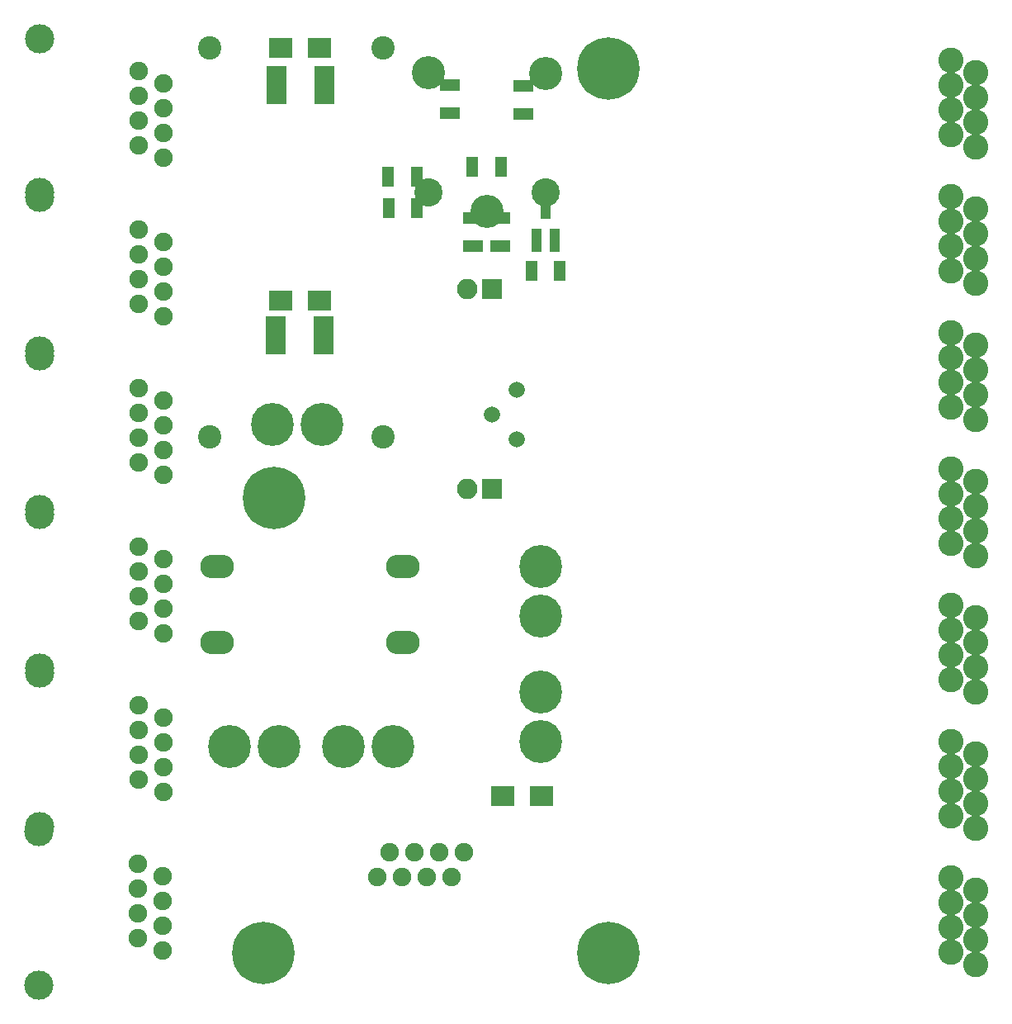
<source format=gbs>
G04 #@! TF.FileFunction,Soldermask,Bot*
%FSLAX46Y46*%
G04 Gerber Fmt 4.6, Leading zero omitted, Abs format (unit mm)*
G04 Created by KiCad (PCBNEW 4.0.7) date 10/11/18 23:23:36*
%MOMM*%
%LPD*%
G01*
G04 APERTURE LIST*
%ADD10C,0.100000*%
%ADD11C,6.400000*%
%ADD12C,2.400000*%
%ADD13R,2.000000X3.900000*%
%ADD14O,3.448000X2.432000*%
%ADD15C,4.400000*%
%ADD16R,2.400000X2.100000*%
%ADD17R,2.100000X2.100000*%
%ADD18O,2.100000X2.100000*%
%ADD19R,1.300000X2.100000*%
%ADD20R,2.100000X1.300000*%
%ADD21C,1.660000*%
%ADD22C,2.900000*%
%ADD23C,3.400000*%
%ADD24R,1.050000X2.400000*%
%ADD25C,1.900000*%
%ADD26C,3.000000*%
%ADD27C,2.600000*%
G04 APERTURE END LIST*
D10*
D11*
X80467200Y-127889000D03*
D12*
X92710000Y-35052000D03*
X74930000Y-35052000D03*
X74930000Y-74930000D03*
X92710000Y-74930000D03*
D11*
X81597500Y-81216500D03*
D13*
X86704500Y-38862000D03*
X81824500Y-38862000D03*
D14*
X75692000Y-88265000D03*
X94742000Y-88265000D03*
X94742000Y-96012000D03*
X75692000Y-96012000D03*
D15*
X82042000Y-106680000D03*
X76962000Y-106680000D03*
X93726000Y-106680000D03*
X88646000Y-106680000D03*
X86487000Y-73660000D03*
X81407000Y-73660000D03*
D13*
X86641000Y-64516000D03*
X81761000Y-64516000D03*
D16*
X86201000Y-60960000D03*
X82201000Y-60960000D03*
X86264500Y-35052000D03*
X82264500Y-35052000D03*
D17*
X103886000Y-80264000D03*
D18*
X101346000Y-80264000D03*
D17*
X103886000Y-59817000D03*
D18*
X101346000Y-59817000D03*
D19*
X110898600Y-57950100D03*
X107998600Y-57950100D03*
X96192000Y-48260000D03*
X93292000Y-48260000D03*
X96255500Y-51498500D03*
X93355500Y-51498500D03*
D20*
X99631500Y-38872500D03*
X99631500Y-41772500D03*
X101981000Y-55425000D03*
X101981000Y-52525000D03*
X104775000Y-55425000D03*
X104775000Y-52525000D03*
X107124500Y-38936000D03*
X107124500Y-41836000D03*
D21*
X106426000Y-70104000D03*
X103886000Y-72644000D03*
X106426000Y-75184000D03*
D22*
X109428000Y-49866000D03*
D23*
X109428000Y-37666000D03*
X97378000Y-37616000D03*
D22*
X97428000Y-49866000D03*
D23*
X103378000Y-51816000D03*
D24*
X110360500Y-54796000D03*
X108460500Y-54796000D03*
X109410500Y-51376000D03*
D11*
X115849400Y-127889000D03*
X115849400Y-37211000D03*
D25*
X67589400Y-126314200D03*
X67589400Y-123774200D03*
X67589400Y-121234200D03*
X67589400Y-118694200D03*
X70129400Y-127584200D03*
X70129400Y-125044200D03*
X70129400Y-122504200D03*
X70129400Y-119964200D03*
D26*
X57429400Y-115392200D03*
X57429400Y-131140200D03*
D25*
X67640200Y-61290200D03*
X67640200Y-58750200D03*
X67640200Y-56210200D03*
X67640200Y-53670200D03*
X70180200Y-62560200D03*
X70180200Y-60020200D03*
X70180200Y-57480200D03*
X70180200Y-54940200D03*
D26*
X57480200Y-50368200D03*
X57480200Y-66116200D03*
D25*
X67640200Y-110058200D03*
X67640200Y-107518200D03*
X67640200Y-104978200D03*
X67640200Y-102438200D03*
X70180200Y-111328200D03*
X70180200Y-108788200D03*
X70180200Y-106248200D03*
X70180200Y-103708200D03*
D26*
X57480200Y-99136200D03*
X57480200Y-114884200D03*
D25*
X67640200Y-45034200D03*
X67640200Y-42494200D03*
X67640200Y-39954200D03*
X67640200Y-37414200D03*
X70180200Y-46304200D03*
X70180200Y-43764200D03*
X70180200Y-41224200D03*
X70180200Y-38684200D03*
D26*
X57480200Y-34112200D03*
X57480200Y-49860200D03*
D25*
X67640200Y-93802200D03*
X67640200Y-91262200D03*
X67640200Y-88722200D03*
X67640200Y-86182200D03*
X70180200Y-95072200D03*
X70180200Y-92532200D03*
X70180200Y-89992200D03*
X70180200Y-87452200D03*
D26*
X57480200Y-82880200D03*
X57480200Y-98628200D03*
D25*
X67640200Y-77546200D03*
X67640200Y-75006200D03*
X67640200Y-72466200D03*
X67640200Y-69926200D03*
X70180200Y-78816200D03*
X70180200Y-76276200D03*
X70180200Y-73736200D03*
X70180200Y-71196200D03*
D26*
X57480200Y-66624200D03*
X57480200Y-82372200D03*
D25*
X99796600Y-120053100D03*
X97256600Y-120053100D03*
X94716600Y-120053100D03*
X92176600Y-120053100D03*
X101066600Y-117513100D03*
X98526600Y-117513100D03*
X95986600Y-117513100D03*
X93446600Y-117513100D03*
D15*
X108940600Y-106146600D03*
X108940600Y-101066600D03*
D16*
X109010200Y-111810800D03*
X105010200Y-111810800D03*
D19*
X101928000Y-47244000D03*
X104828000Y-47244000D03*
D27*
X150977600Y-71856600D03*
X150977600Y-69316600D03*
X150977600Y-66776600D03*
X150977600Y-64236600D03*
X153517600Y-73126600D03*
X153517600Y-70586600D03*
X153517600Y-68046600D03*
X153517600Y-65506600D03*
X150977600Y-99796600D03*
X150977600Y-97256600D03*
X150977600Y-94716600D03*
X150977600Y-92176600D03*
X153517600Y-101066600D03*
X153517600Y-98526600D03*
X153517600Y-95986600D03*
X153517600Y-93446600D03*
X150977600Y-127736600D03*
X150977600Y-125196600D03*
X150977600Y-122656600D03*
X150977600Y-120116600D03*
X153517600Y-129006600D03*
X153517600Y-126466600D03*
X153517600Y-123926600D03*
X153517600Y-121386600D03*
X150977600Y-113766600D03*
X150977600Y-111226600D03*
X150977600Y-108686600D03*
X150977600Y-106146600D03*
X153517600Y-115036600D03*
X153517600Y-112496600D03*
X153517600Y-109956600D03*
X153517600Y-107416600D03*
X150977600Y-43916600D03*
X150977600Y-41376600D03*
X150977600Y-38836600D03*
X150977600Y-36296600D03*
X153517600Y-45186600D03*
X153517600Y-42646600D03*
X153517600Y-40106600D03*
X153517600Y-37566600D03*
X150977600Y-85826600D03*
X150977600Y-83286600D03*
X150977600Y-80746600D03*
X150977600Y-78206600D03*
X153517600Y-87096600D03*
X153517600Y-84556600D03*
X153517600Y-82016600D03*
X153517600Y-79476600D03*
D15*
X108940600Y-93294200D03*
X108940600Y-88214200D03*
D27*
X150977600Y-57886600D03*
X150977600Y-55346600D03*
X150977600Y-52806600D03*
X150977600Y-50266600D03*
X153517600Y-59156600D03*
X153517600Y-56616600D03*
X153517600Y-54076600D03*
X153517600Y-51536600D03*
M02*

</source>
